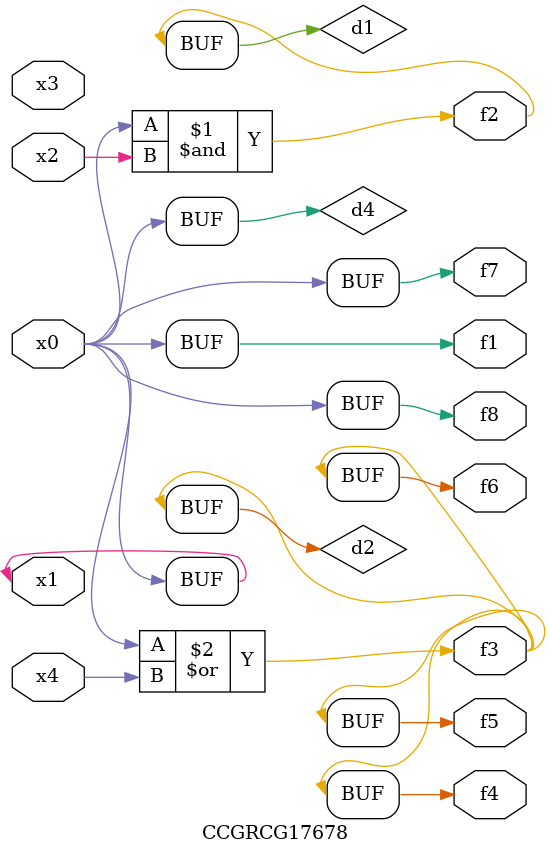
<source format=v>
module CCGRCG17678(
	input x0, x1, x2, x3, x4,
	output f1, f2, f3, f4, f5, f6, f7, f8
);

	wire d1, d2, d3, d4;

	and (d1, x0, x2);
	or (d2, x0, x4);
	nand (d3, x0, x2);
	buf (d4, x0, x1);
	assign f1 = d4;
	assign f2 = d1;
	assign f3 = d2;
	assign f4 = d2;
	assign f5 = d2;
	assign f6 = d2;
	assign f7 = d4;
	assign f8 = d4;
endmodule

</source>
